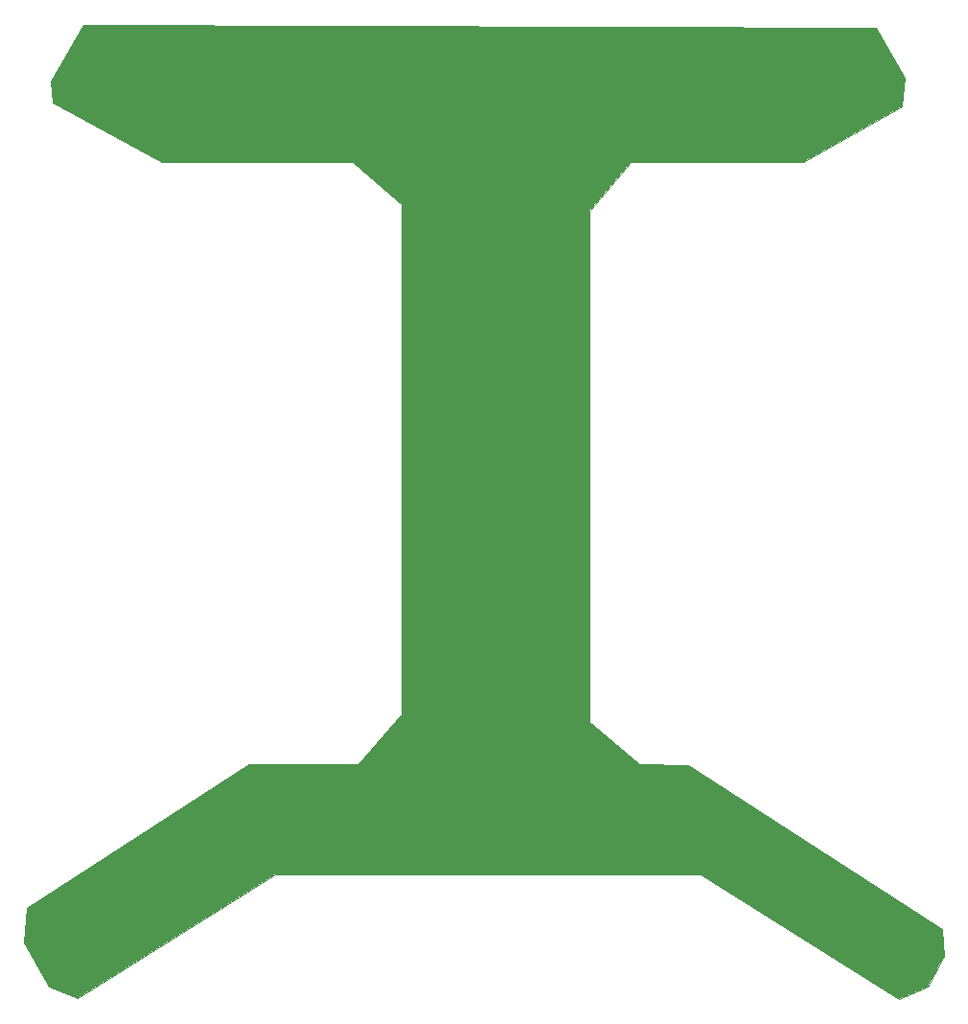
<source format=gbr>
%TF.GenerationSoftware,KiCad,Pcbnew,9.0.1*%
%TF.CreationDate,2025-04-09T16:15:18+03:00*%
%TF.ProjectId,G__ Da__t_m Kart_,47fce720-4461-41f3-9174-316d204b6172,rev?*%
%TF.SameCoordinates,Original*%
%TF.FileFunction,Paste,Bot*%
%TF.FilePolarity,Positive*%
%FSLAX46Y46*%
G04 Gerber Fmt 4.6, Leading zero omitted, Abs format (unit mm)*
G04 Created by KiCad (PCBNEW 9.0.1) date 2025-04-09 16:15:18*
%MOMM*%
%LPD*%
G01*
G04 APERTURE LIST*
%ADD10C,0.100000*%
G04 APERTURE END LIST*
D10*
X226650000Y-40650000D02*
X229150000Y-45000000D01*
X228950000Y-47600000D01*
X220250000Y-52500000D01*
X205000000Y-52500000D01*
X201300000Y-56800000D01*
X201300000Y-101900000D01*
X205700000Y-105700000D01*
X210050000Y-105750000D01*
X232500000Y-120250000D01*
X232700000Y-122600000D01*
X231200000Y-125300000D01*
X228650000Y-126400000D01*
X211150000Y-115400000D01*
X173600000Y-115400000D01*
X156100000Y-126350000D01*
X153550000Y-125300000D01*
X151350000Y-121400000D01*
X151650000Y-118400000D01*
X171250000Y-105700000D01*
X180950000Y-105700000D01*
X184750000Y-101250000D01*
X184750000Y-56250000D01*
X180400000Y-52500000D01*
X163550000Y-52500000D01*
X153950000Y-47200000D01*
X153750000Y-45400000D01*
X156650000Y-40400000D01*
X226650000Y-40650000D01*
G36*
X226650000Y-40650000D02*
G01*
X229150000Y-45000000D01*
X228950000Y-47600000D01*
X220250000Y-52500000D01*
X205000000Y-52500000D01*
X201300000Y-56800000D01*
X201300000Y-101900000D01*
X205700000Y-105700000D01*
X210050000Y-105750000D01*
X232500000Y-120250000D01*
X232700000Y-122600000D01*
X231200000Y-125300000D01*
X228650000Y-126400000D01*
X211150000Y-115400000D01*
X173600000Y-115400000D01*
X156100000Y-126350000D01*
X153550000Y-125300000D01*
X151350000Y-121400000D01*
X151650000Y-118400000D01*
X171250000Y-105700000D01*
X180950000Y-105700000D01*
X184750000Y-101250000D01*
X184750000Y-56250000D01*
X180400000Y-52500000D01*
X163550000Y-52500000D01*
X153950000Y-47200000D01*
X153750000Y-45400000D01*
X156650000Y-40400000D01*
X226650000Y-40650000D01*
G37*
M02*

</source>
